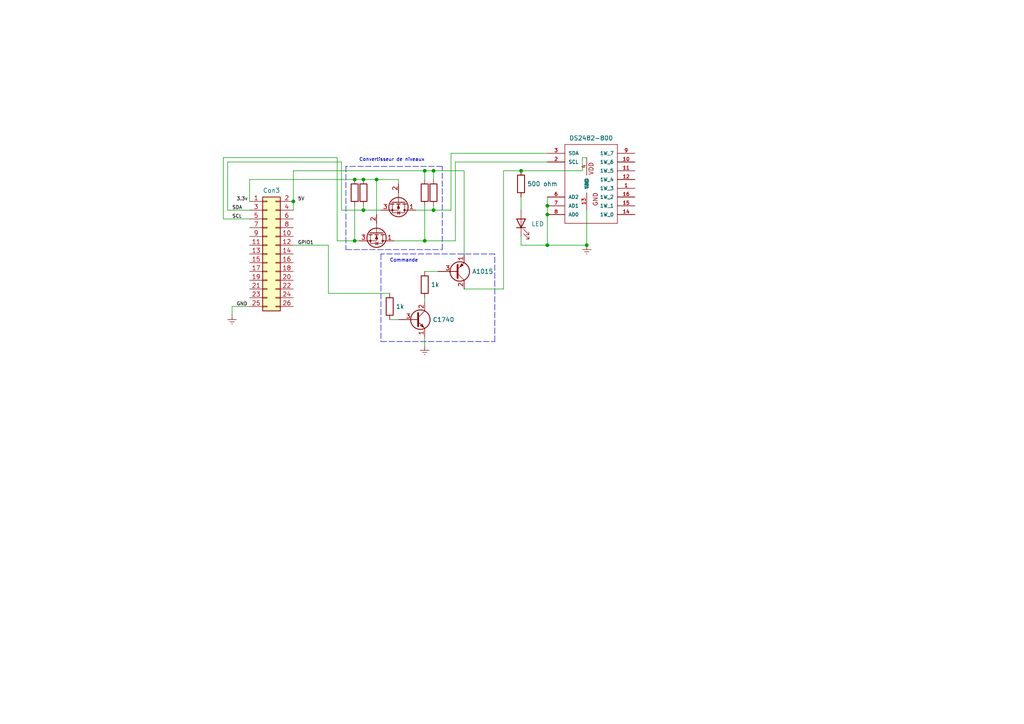
<source format=kicad_sch>
(kicad_sch (version 20231120) (generator "eeschema") (generator_version "8.0")
  (paper "A4")
  (lib_symbols
    (symbol "Connector_Generic:Conn_02x13_Odd_Even" (pin_names (offset 1.016) hide)
      (property "Reference" "J" (at 1.27 17.78 0))
      (property "Value" "Conn_02x13_Odd_Even" (at 1.27 -17.78 0))
      (symbol "Conn_02x13_Odd_Even_1_1"
        (rectangle (start -1.27 -15.113) (end 0 -15.367) (stroke (width 0.1524)))
        (rectangle (start -1.27 -12.573) (end 0 -12.827) (stroke (width 0.1524)))
        (rectangle (start -1.27 -10.033) (end 0 -10.287) (stroke (width 0.1524)))
        (rectangle (start -1.27 -7.493) (end 0 -7.747) (stroke (width 0.1524)))
        (rectangle (start -1.27 -4.953) (end 0 -5.207) (stroke (width 0.1524)))
        (rectangle (start -1.27 -2.413) (end 0 -2.667) (stroke (width 0.1524)))
        (rectangle (start -1.27 0.127) (end 0 -0.127) (stroke (width 0.1524)))
        (rectangle (start -1.27 2.667) (end 0 2.413) (stroke (width 0.1524)))
        (rectangle (start -1.27 5.207) (end 0 4.953) (stroke (width 0.1524)))
        (rectangle (start -1.27 7.747) (end 0 7.493) (stroke (width 0.1524)))
        (rectangle (start -1.27 10.287) (end 0 10.033) (stroke (width 0.1524)))
        (rectangle (start -1.27 12.827) (end 0 12.573) (stroke (width 0.1524)))
        (rectangle (start -1.27 15.367) (end 0 15.113) (stroke (width 0.1524)))
        (rectangle (start -1.27 16.51) (end 3.81 -16.51) (stroke (width 0.254)) (fill (type background)))
        (rectangle (start 3.81 -15.113) (end 2.54 -15.367) (stroke (width 0.1524)))
        (rectangle (start 3.81 -12.573) (end 2.54 -12.827) (stroke (width 0.1524)))
        (rectangle (start 3.81 -10.033) (end 2.54 -10.287) (stroke (width 0.1524)))
        (rectangle (start 3.81 -7.493) (end 2.54 -7.747) (stroke (width 0.1524)))
        (rectangle (start 3.81 -4.953) (end 2.54 -5.207) (stroke (width 0.1524)))
        (rectangle (start 3.81 -2.413) (end 2.54 -2.667) (stroke (width 0.1524)))
        (rectangle (start 3.81 0.127) (end 2.54 -0.127) (stroke (width 0.1524)))
        (rectangle (start 3.81 2.667) (end 2.54 2.413) (stroke (width 0.1524)))
        (rectangle (start 3.81 5.207) (end 2.54 4.953) (stroke (width 0.1524)))
        (rectangle (start 3.81 7.747) (end 2.54 7.493) (stroke (width 0.1524)))
        (rectangle (start 3.81 10.287) (end 2.54 10.033) (stroke (width 0.1524)))
        (rectangle (start 3.81 12.827) (end 2.54 12.573) (stroke (width 0.1524)))
        (rectangle (start 3.81 15.367) (end 2.54 15.113) (stroke (width 0.1524)))
        (pin passive line (at -5.08 15.24 0) (length 3.81) (name "Pin_1") (number "1"))
        (pin passive line (at 7.62 5.08 180) (length 3.81) (name "Pin_10") (number "10"))
        (pin passive line (at -5.08 2.54 0) (length 3.81) (name "Pin_11") (number "11"))
        (pin passive line (at 7.62 2.54 180) (length 3.81) (name "Pin_12") (number "12"))
        (pin passive line (at -5.08 0 0) (length 3.81) (name "Pin_13") (number "13"))
        (pin passive line (at 7.62 0 180) (length 3.81) (name "Pin_14") (number "14"))
        (pin passive line (at -5.08 -2.54 0) (length 3.81) (name "Pin_15") (number "15"))
        (pin passive line (at 7.62 -2.54 180) (length 3.81) (name "Pin_16") (number "16"))
        (pin passive line (at -5.08 -5.08 0) (length 3.81) (name "Pin_17") (number "17"))
        (pin passive line (at 7.62 -5.08 180) (length 3.81) (name "Pin_18") (number "18"))
        (pin passive line (at -5.08 -7.62 0) (length 3.81) (name "Pin_19") (number "19"))
        (pin passive line (at 7.62 15.24 180) (length 3.81) (name "Pin_2") (number "2"))
        (pin passive line (at 7.62 -7.62 180) (length 3.81) (name "Pin_20") (number "20"))
        (pin passive line (at -5.08 -10.16 0) (length 3.81) (name "Pin_21") (number "21"))
        (pin passive line (at 7.62 -10.16 180) (length 3.81) (name "Pin_22") (number "22"))
        (pin passive line (at -5.08 -12.7 0) (length 3.81) (name "Pin_23") (number "23"))
        (pin passive line (at 7.62 -12.7 180) (length 3.81) (name "Pin_24") (number "24"))
        (pin passive line (at -5.08 -15.24 0) (length 3.81) (name "Pin_25") (number "25"))
        (pin passive line (at 7.62 -15.24 180) (length 3.81) (name "Pin_26") (number "26"))
        (pin passive line (at -5.08 12.7 0) (length 3.81) (name "Pin_3") (number "3"))
        (pin passive line (at 7.62 12.7 180) (length 3.81) (name "Pin_4") (number "4"))
        (pin passive line (at -5.08 10.16 0) (length 3.81) (name "Pin_5") (number "5"))
        (pin passive line (at 7.62 10.16 180) (length 3.81) (name "Pin_6") (number "6"))
        (pin passive line (at -5.08 7.62 0) (length 3.81) (name "Pin_7") (number "7"))
        (pin passive line (at 7.62 7.62 180) (length 3.81) (name "Pin_8") (number "8"))
        (pin passive line (at -5.08 5.08 0) (length 3.81) (name "Pin_9") (number "9"))
      )
    )
    (symbol "Device:LED" (pin_numbers hide) (pin_names (offset 1.016) hide)
      (property "Reference" "D" (at 0 2.54 0))
      (property "Value" "LED" (at 0 -2.54 0))
      (symbol "LED_0_1"
        (polyline (pts (xy -1.27 -1.27) (xy -1.27 1.27)) (stroke (width 0.254)))
        (polyline (pts (xy -1.27 0) (xy 1.27 0)))
        (polyline (pts (xy 1.27 -1.27) (xy 1.27 1.27) (xy -1.27 0) (xy 1.27 -1.27)) (stroke (width 0.254)))
        (polyline (pts (xy -3.048 -0.762) (xy -4.572 -2.286) (xy -3.81 -2.286) (xy -4.572 -2.286) (xy -4.572 -1.524)))
        (polyline (pts (xy -1.778 -0.762) (xy -3.302 -2.286) (xy -2.54 -2.286) (xy -3.302 -2.286) (xy -3.302 -1.524)))
      )
      (symbol "LED_1_1"
        (pin passive line (at -3.81 0 0) (length 2.54) (name "K") (number "1"))
        (pin passive line (at 3.81 0 180) (length 2.54) (name "A") (number "2"))
      )
    )
    (symbol "Device:Q_NMOS_DGS" (pin_names (offset 0) hide)
      (property "Reference" "Q" (at 5.08 1.27 0))
      (property "Value" "Q_NMOS_DGS" (at 5.08 -1.27 0))
      (symbol "Q_NMOS_DGS_0_1"
        (polyline (pts (xy 0.254 0) (xy -2.54 0)))
        (polyline (pts (xy 0.254 1.905) (xy 0.254 -1.905)) (stroke (width 0.254)))
        (polyline (pts (xy 0.762 -1.27) (xy 0.762 -2.286)) (stroke (width 0.254)))
        (polyline (pts (xy 0.762 0.508) (xy 0.762 -0.508)) (stroke (width 0.254)))
        (polyline (pts (xy 0.762 2.286) (xy 0.762 1.27)) (stroke (width 0.254)))
        (polyline (pts (xy 2.54 2.54) (xy 2.54 1.778)))
        (polyline (pts (xy 2.54 -2.54) (xy 2.54 0) (xy 0.762 0)))
        (polyline (pts (xy 0.762 -1.778) (xy 3.302 -1.778) (xy 3.302 1.778) (xy 0.762 1.778)))
        (polyline (pts (xy 1.016 0) (xy 2.032 0.381) (xy 2.032 -0.381) (xy 1.016 0)) (fill (type outline)))
        (polyline (pts (xy 2.794 0.508) (xy 2.921 0.381) (xy 3.683 0.381) (xy 3.81 0.254)))
        (polyline (pts (xy 3.302 0.381) (xy 2.921 -0.254) (xy 3.683 -0.254) (xy 3.302 0.381)))
        (circle (center 1.651 0) (radius 2.794) (stroke (width 0.254)))
        (circle (center 2.54 -1.778) (radius 0.254) (fill (type outline)))
        (circle (center 2.54 1.778) (radius 0.254) (fill (type outline)))
      )
      (symbol "Q_NMOS_DGS_1_1"
        (pin passive line (at 2.54 5.08 270) (length 2.54) (name "D") (number "1"))
        (pin input line (at -5.08 0 0) (length 2.54) (name "G") (number "2"))
        (pin passive line (at 2.54 -5.08 90) (length 2.54) (name "S") (number "3"))
      )
    )
    (symbol "Device:Q_NPN_ECB" (pin_names (offset 0) hide)
      (property "Reference" "Q" (at 5.08 1.27 0))
      (property "Value" "Q_NPN_ECB" (at 5.08 -1.27 0))
      (symbol "Q_NPN_ECB_0_1"
        (polyline (pts (xy 0.635 0.635) (xy 2.54 2.54)))
        (polyline (pts (xy 0.635 -0.635) (xy 2.54 -2.54) (xy 2.54 -2.54)))
        (polyline (pts (xy 0.635 1.905) (xy 0.635 -1.905) (xy 0.635 -1.905)) (stroke (width 0.508)))
        (polyline (pts (xy 1.27 -1.778) (xy 1.778 -1.27) (xy 2.286 -2.286) (xy 1.27 -1.778) (xy 1.27 -1.778)) (fill (type outline)))
        (circle (center 1.27 0) (radius 2.8194) (stroke (width 0.254)))
      )
      (symbol "Q_NPN_ECB_1_1"
        (pin passive line (at 2.54 -5.08 90) (length 2.54) (name "E") (number "1"))
        (pin passive line (at 2.54 5.08 270) (length 2.54) (name "C") (number "2"))
        (pin passive line (at -5.08 0 0) (length 5.715) (name "B") (number "3"))
      )
    )
    (symbol "Device:Q_PNP_ECB" (pin_names (offset 0) hide)
      (property "Reference" "Q" (at 5.08 1.27 0))
      (property "Value" "Q_PNP_ECB" (at 5.08 -1.27 0))
      (symbol "Q_PNP_ECB_0_1"
        (polyline (pts (xy 0.635 0.635) (xy 2.54 2.54)))
        (polyline (pts (xy 0.635 -0.635) (xy 2.54 -2.54) (xy 2.54 -2.54)))
        (polyline (pts (xy 0.635 1.905) (xy 0.635 -1.905) (xy 0.635 -1.905)) (stroke (width 0.508)))
        (polyline (pts (xy 2.286 -1.778) (xy 1.778 -2.286) (xy 1.27 -1.27) (xy 2.286 -1.778) (xy 2.286 -1.778)) (fill (type outline)))
        (circle (center 1.27 0) (radius 2.8194) (stroke (width 0.254)))
      )
      (symbol "Q_PNP_ECB_1_1"
        (pin passive line (at 2.54 -5.08 90) (length 2.54) (name "E") (number "1"))
        (pin passive line (at 2.54 5.08 270) (length 2.54) (name "C") (number "2"))
        (pin input line (at -5.08 0 0) (length 5.715) (name "B") (number "3"))
      )
    )
    (symbol "Device:R" (pin_numbers hide) (pin_names (offset 0))
      (property "Reference" "R" (at 2.032 0 90))
      (property "Value" "R" (at 0 0 90))
      (symbol "R_0_1"
        (rectangle (start -1.016 -2.54) (end 1.016 2.54) (stroke (width 0.254)))
      )
      (symbol "R_1_1"
        (pin passive line (at 0 3.81 270) (length 1.27) (name "~") (number "1"))
        (pin passive line (at 0 -3.81 90) (length 1.27) (name "~") (number "2"))
      )
    )
    (symbol "bPI-w1-rescue:DS2482-800-1wire" (pin_names (offset 1.016))
      (property "Reference" "IC" (at -7.62 12.7 0))
      (property "Value" "1wire_DS2482-800" (at -7.62 10.795 0))
      (symbol "DS2482-800-1wire_1_0"
        (polyline (pts (xy -7.62 -12.7) (xy 7.62 -12.7)))
        (polyline (pts (xy -7.62 10.16) (xy -7.62 -12.7)))
        (polyline (pts (xy 7.62 -12.7) (xy 7.62 10.16)))
        (polyline (pts (xy 7.62 10.16) (xy -7.62 10.16)))
      )
      (symbol "DS2482-800-1wire_1_1"
        (pin open_collector line (at 12.7 -2.54 180) (length 5.08) (name "1W_3") (number "1"))
        (pin open_collector line (at 12.7 5.08 180) (length 5.08) (name "1W_6") (number "10"))
        (pin open_collector line (at 12.7 2.54 180) (length 5.08) (name "1W_5") (number "11"))
        (pin open_collector line (at 12.7 0 180) (length 5.08) (name "1W_4") (number "12"))
        (pin open_collector line (at 12.7 -10.16 180) (length 5.08) (name "1W_0") (number "14"))
        (pin open_collector line (at 12.7 -7.62 180) (length 5.08) (name "1W_1") (number "15"))
        (pin open_collector line (at 12.7 -5.08 180) (length 5.08) (name "1W_2") (number "16"))
        (pin input line (at -12.7 5.08 0) (length 5.08) (name "SCL") (number "2"))
        (pin bidirectional line (at -12.7 7.62 0) (length 5.08) (name "SDA") (number "3"))
        (pin input line (at -12.7 -5.08 0) (length 5.08) (name "AD2") (number "6"))
        (pin input line (at -12.7 -7.62 0) (length 5.08) (name "AD1") (number "7"))
        (pin input line (at -12.7 -10.16 0) (length 5.08) (name "AD0") (number "8"))
        (pin open_collector line (at 12.7 7.62 180) (length 5.08) (name "1W_7") (number "9"))
      )
      (symbol "DS2482-800-1wire_2_0"
        (text "GND" (at 2.54 -4.445 1) (effects (font (size 1.27 1.27))))
        (text "VDD" (at 1.27 4.445 1) (effects (font (size 1.27 1.27))))
      )
      (symbol "DS2482-800-1wire_2_1"
        (pin power_in line (at 0 -7.62 90) (length 5.08) (name "GND") (number "13"))
        (pin power_in line (at 0 7.62 270) (length 5.08) (name "VDD") (number "4"))
      )
    )
    (symbol "bPI-w1-rescue:Earth-power" (power) (pin_names (offset 0))
      (symbol "Earth-power_0_1"
        (polyline (pts (xy -0.635 -1.905) (xy 0.635 -1.905)))
        (polyline (pts (xy -0.127 -2.54) (xy 0.127 -2.54)))
        (polyline (pts (xy 0 -1.27) (xy 0 0)))
        (polyline (pts (xy 1.27 -1.27) (xy -1.27 -1.27)))
      )
      (symbol "Earth-power_1_1"
        (pin power_in line (at 0 0 270) (length 0) hide (name "Earth") (number "1"))
      )
    )
  )
  (junction (at 102.87 69.85))
  (junction (at 170.18 71.12))
  (junction (at 85.09 58.42))
  (junction (at 158.75 62.23))
  (junction (at 105.41 52.07))
  (junction (at 102.87 52.07))
  (junction (at 123.19 49.53))
  (junction (at 105.41 60.96))
  (junction (at 109.22 52.07))
  (junction (at 125.73 49.53))
  (junction (at 123.19 69.85))
  (junction (at 125.73 60.96))
  (junction (at 151.13 49.53))
  (junction (at 158.75 59.69))
  (junction (at 158.75 71.12))
  (wire (pts (xy 105.41 59.69) (xy 105.41 60.96)))
  (wire (pts (xy 99.06 46.99) (xy 99.06 60.96)))
  (wire (pts (xy 123.19 49.53) (xy 125.73 49.53)))
  (wire (pts (xy 97.79 45.72) (xy 97.79 69.85)))
  (wire (pts (xy 85.09 60.96) (xy 85.09 58.42)))
  (wire (pts (xy 132.08 46.99) (xy 158.75 46.99)))
  (wire (pts (xy 125.73 59.69) (xy 125.73 60.96)))
  (wire (pts (xy 109.22 52.07) (xy 115.57 52.07)))
  (wire (pts (xy 95.25 85.09) (xy 113.03 85.09)))
  (wire (pts (xy 72.39 60.96) (xy 66.04 60.96)))
  (wire (pts (xy 130.81 60.96) (xy 125.73 60.96)))
  (wire (pts (xy 97.79 69.85) (xy 102.87 69.85)))
  (wire (pts (xy 66.04 46.99) (xy 99.06 46.99)))
  (wire (pts (xy 72.39 52.07) (xy 102.87 52.07)))
  (wire (pts (xy 123.19 86.36) (xy 123.19 87.63)))
  (wire (pts (xy 158.75 71.12) (xy 170.18 71.12)))
  (wire (pts (xy 102.87 59.69) (xy 102.87 69.85)))
  (wire (pts (xy 130.81 44.45) (xy 130.81 60.96)))
  (wire (pts (xy 64.77 63.5) (xy 64.77 45.72)))
  (wire (pts (xy 125.73 49.53) (xy 125.73 52.07)))
  (wire (pts (xy 102.87 52.07) (xy 105.41 52.07)))
  (wire (pts (xy 85.09 58.42) (xy 85.09 49.53)))
  (wire (pts (xy 123.19 97.79) (xy 123.19 100.33)))
  (wire (pts (xy 168.91 49.53) (xy 168.91 45.72)))
  (polyline (pts (xy 100.33 72.39) (xy 128.27 72.39)) (stroke (width 0) (type dash)))
  (wire (pts (xy 85.09 49.53) (xy 123.19 49.53)))
  (wire (pts (xy 102.87 69.85) (xy 104.14 69.85)))
  (polyline (pts (xy 143.51 99.06) (xy 143.51 73.66)) (stroke (width 0) (type dash)))
  (wire (pts (xy 146.05 49.53) (xy 151.13 49.53)))
  (wire (pts (xy 151.13 68.58) (xy 151.13 71.12)))
  (wire (pts (xy 130.81 44.45) (xy 158.75 44.45)))
  (wire (pts (xy 151.13 57.15) (xy 151.13 60.96)))
  (wire (pts (xy 109.22 52.07) (xy 109.22 62.23)))
  (wire (pts (xy 125.73 60.96) (xy 120.65 60.96)))
  (wire (pts (xy 105.41 60.96) (xy 110.49 60.96)))
  (wire (pts (xy 113.03 92.71) (xy 115.57 92.71)))
  (wire (pts (xy 125.73 49.53) (xy 134.62 49.53)))
  (polyline (pts (xy 143.51 73.66) (xy 110.49 73.66)) (stroke (width 0) (type dash)))
  (polyline (pts (xy 110.49 73.66) (xy 110.49 99.06)) (stroke (width 0) (type dash)))
  (wire (pts (xy 105.41 52.07) (xy 109.22 52.07)))
  (polyline (pts (xy 110.49 99.06) (xy 143.51 99.06)) (stroke (width 0) (type dash)))
  (wire (pts (xy 132.08 46.99) (xy 132.08 69.85)))
  (polyline (pts (xy 128.27 72.39) (xy 128.27 48.26)) (stroke (width 0) (type dash)))
  (wire (pts (xy 151.13 49.53) (xy 168.91 49.53)))
  (wire (pts (xy 151.13 71.12) (xy 158.75 71.12)))
  (wire (pts (xy 66.04 60.96) (xy 66.04 46.99)))
  (wire (pts (xy 158.75 62.23) (xy 158.75 71.12)))
  (wire (pts (xy 64.77 45.72) (xy 97.79 45.72)))
  (wire (pts (xy 132.08 69.85) (xy 123.19 69.85)))
  (wire (pts (xy 170.18 60.96) (xy 170.18 71.12)))
  (wire (pts (xy 85.09 71.12) (xy 95.25 71.12)))
  (wire (pts (xy 72.39 63.5) (xy 64.77 63.5)))
  (wire (pts (xy 72.39 52.07) (xy 72.39 58.42)))
  (wire (pts (xy 134.62 83.82) (xy 146.05 83.82)))
  (wire (pts (xy 67.31 88.9) (xy 72.39 88.9)))
  (wire (pts (xy 95.25 71.12) (xy 95.25 85.09)))
  (wire (pts (xy 115.57 52.07) (xy 115.57 53.34)))
  (wire (pts (xy 168.91 45.72) (xy 170.18 45.72)))
  (wire (pts (xy 158.75 62.23) (xy 158.75 59.69)))
  (wire (pts (xy 146.05 49.53) (xy 146.05 83.82)))
  (wire (pts (xy 134.62 49.53) (xy 134.62 73.66)))
  (wire (pts (xy 158.75 59.69) (xy 158.75 57.15)))
  (wire (pts (xy 123.19 59.69) (xy 123.19 69.85)))
  (wire (pts (xy 99.06 60.96) (xy 105.41 60.96)))
  (wire (pts (xy 123.19 78.74) (xy 127 78.74)))
  (wire (pts (xy 123.19 49.53) (xy 123.19 52.07)))
  (polyline (pts (xy 128.27 48.26) (xy 100.33 48.26)) (stroke (width 0) (type dash)))
  (wire (pts (xy 67.31 91.44) (xy 67.31 88.9)))
  (wire (pts (xy 123.19 69.85) (xy 114.3 69.85)))
  (polyline (pts (xy 100.33 48.26) (xy 100.33 72.39)) (stroke (width 0) (type dash)))
  (text "Convertisseur de niveaux" (at 104.14 46.99 0) (effects (font (size 0.9906 0.9906)) (justify left bottom)))
  (text "Commande" (at 113.03 76.2 0) (effects (font (size 0.9906 0.9906)) (justify left bottom)))
  (label "GPIO1" (at 86.36 71.12 0) (effects (font (size 0.9906 0.9906))))
  (label "GND" (at 68.58 88.9 0) (effects (font (size 0.9906 0.9906))))
  (label "SCL" (at 67.31 63.5 0) (effects (font (size 0.9906 0.9906))))
  (label "SDA" (at 67.31 60.96 0) (effects (font (size 0.9906 0.9906))))
  (label "5V" (at 86.36 58.42 0) (effects (font (size 0.9906 0.9906))))
  (label "3.3v" (at 68.58 58.42 0) (effects (font (size 0.9906 0.9906))))
  (symbol (lib_id "Connector_Generic:Conn_02x13_Odd_Even") (at 77.47 73.66 0) (unit 1)
    (property "Reference" "Con3" (at 78.74 55.245 0))
    (property "Value" "Conn_02x13_Odd_Even" (effects (hide yes)))
  )
  (symbol (lib_id "bPI-w1-rescue:Earth-power") (at 67.31 91.44 0) (unit 1)
    (property "Reference" "#PWR?" (effects (hide yes)))
    (property "Value" "Earth" (effects (hide yes)))
  )
  (symbol (lib_id "Device:R") (at 102.87 55.88 0) (unit 1)
    (property "Reference" "R?" (effects (hide yes)))
    (property "Value" "R" (effects (hide yes)))
  )
  (symbol (lib_id "Device:R") (at 105.41 55.88 0) (unit 1)
    (property "Reference" "R?" (effects (hide yes)))
    (property "Value" "R" (effects (hide yes)))
  )
  (symbol (lib_id "Device:Q_NMOS_DGS") (at 115.57 58.42 270) (unit 1)
    (property "Reference" "Q?" (effects (hide yes)))
    (property "Value" "Q_NMOS_DGS" (effects (hide yes)))
  )
  (symbol (lib_id "Device:Q_NMOS_DGS") (at 109.22 67.31 270) (unit 1)
    (property "Reference" "Q?" (effects (hide yes)))
    (property "Value" "Q_NMOS_DGS" (effects (hide yes)))
  )
  (symbol (lib_id "Device:R") (at 123.19 55.88 0) (unit 1)
    (property "Reference" "R?" (effects (hide yes)))
    (property "Value" "R" (effects (hide yes)))
  )
  (symbol (lib_id "Device:R") (at 125.73 55.88 0) (unit 1)
    (property "Reference" "R?" (effects (hide yes)))
    (property "Value" "R" (effects (hide yes)))
  )
  (symbol (lib_id "bPI-w1-rescue:DS2482-800-1wire") (at 171.45 52.07 0) (unit 1)
    (property "Reference" "IC?" (effects (hide yes)))
    (property "Value" "DS2482-800" (at 171.45 40.0558 0))
    (property "Footprint" "1wire-SO16" (effects (hide yes)))
  )
  (symbol (lib_id "Device:R") (at 113.03 88.9 180) (unit 1)
    (property "Reference" "R?" (effects (hide yes)))
    (property "Value" "1k" (at 114.808 88.9 0) (effects (justify right)))
  )
  (symbol (lib_id "Device:Q_NPN_ECB") (at 120.65 92.71 0) (unit 1)
    (property "Reference" "C1740" (at 125.476 92.71 0) (effects (justify left)))
    (property "Value" "Q_NPN_ECB" (effects (hide yes)))
  )
  (symbol (lib_id "Device:R") (at 151.13 53.34 180) (unit 1)
    (property "Reference" "R?" (effects (hide yes)))
    (property "Value" "500 ohm" (at 152.908 53.34 0) (effects (justify right)))
  )
  (symbol (lib_id "Device:R") (at 123.19 82.55 180) (unit 1)
    (property "Reference" "R?" (effects (hide yes)))
    (property "Value" "1k" (at 124.968 82.55 0) (effects (justify right)))
  )
  (symbol (lib_id "Device:Q_PNP_ECB") (at 132.08 78.74 0) (mirror x) (unit 1)
    (property "Reference" "A1015" (at 136.9314 78.74 0) (effects (justify left)))
    (property "Value" "Q_PNP_ECB" (effects (hide yes)))
  )
  (symbol (lib_id "bPI-w1-rescue:Earth-power") (at 123.19 100.33 0) (unit 1)
    (property "Reference" "#PWR?" (effects (hide yes)))
    (property "Value" "Earth" (effects (hide yes)))
  )
  (symbol (lib_id "Device:LED") (at 151.13 64.77 90) (unit 1)
    (property "Reference" "D?" (effects (hide yes)))
    (property "Value" "LED" (at 154.1272 64.9478 90) (effects (justify right)))
  )
  (symbol (lib_id "bPI-w1-rescue:DS2482-800-1wire") (at 170.18 53.34 0) (unit 2)
    (property "Reference" "IC?" (effects (hide yes)))
    (property "Value" "DS2482-800" (effects (hide yes)))
    (property "Footprint" "1wire-SO16" (effects (hide yes)))
  )
  (symbol (lib_id "bPI-w1-rescue:Earth-power") (at 170.18 71.12 0) (unit 1)
    (property "Reference" "#PWR?" (effects (hide yes)))
    (property "Value" "Earth" (effects (hide yes)))
  )
)
</source>
